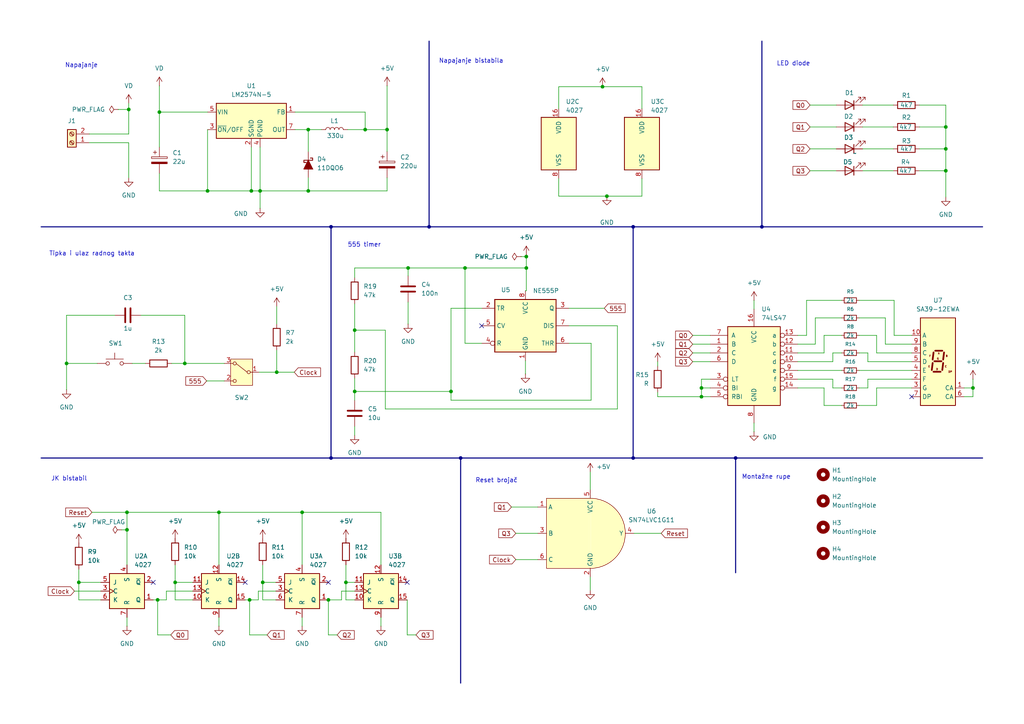
<source format=kicad_sch>
(kicad_sch (version 20250114) (generator "eeschema") (generator_version "9.0")
  (paper "A4")
  (title_block (title "BCD brojač") (date "2025-10-21") (rev "0") (company "TVZ - Tehničko veleučilište u Zagreb") (comment 1 "izradio: Leon Dovšak"))
  (text "Napajanje bistabila\n" (at 136.652 17.78 0) (effects (font (size 1.27 1.27))))
  (text "Montažne rupe" (at 222.25 138.43 0) (effects (font (size 1.27 1.27))))
  (text "Napajanje" (at 23.622 19.05 0) (effects (font (size 1.27 1.27))))
  (text "JK bistabil" (at 20.066 138.938 0) (effects (font (size 1.27 1.27))))
  (text "LED diode" (at 230.124 18.542 0) (effects (font (size 1.27 1.27))))
  (text "Tipka i ulaz radnog takta\n" (at 26.67 73.66 0) (effects (font (size 1.27 1.27))))
  (text "Reset brojač" (at 144.018 139.446 0) (effects (font (size 1.27 1.27))))
  (text "555 timer" (at 105.664 71.12 0) (effects (font (size 1.27 1.27))))
  (junction (at 130.81 113.538))
  (junction (at 75.438 55.372))
  (junction (at 176.022 56.896))
  (junction (at 19.304 105.41))
  (junction (at 72.898 55.372))
  (junction (at 96.012 132.842))
  (junction (at 80.264 107.95))
  (junction (at 274.32 49.53))
  (junction (at 36.83 153.67))
  (junction (at 37.338 31.75))
  (junction (at 50.8 168.91))
  (junction (at 213.36 132.842))
  (junction (at 112.268 37.592))
  (junction (at 174.752 25.146))
  (junction (at 152.654 77.724))
  (junction (at 72.39 173.99))
  (junction (at 102.87 95.758))
  (junction (at 203.454 112.522))
  (junction (at 53.594 105.41))
  (junction (at 96.012 65.786))
  (junction (at 87.63 148.59))
  (junction (at 274.32 36.83))
  (junction (at 183.642 65.786))
  (junction (at 134.874 77.724))
  (junction (at 95.25 173.99))
  (junction (at 100.33 168.91))
  (junction (at 282.194 112.522))
  (junction (at 124.46 65.786))
  (junction (at 76.2 168.91))
  (junction (at 105.918 37.592))
  (junction (at 60.198 55.372))
  (junction (at 133.604 132.842))
  (junction (at 102.87 113.538))
  (junction (at 118.364 77.724))
  (junction (at 89.408 55.372))
  (junction (at 89.408 37.592))
  (junction (at 45.72 173.99))
  (junction (at 36.83 148.59))
  (junction (at 63.5 148.59))
  (junction (at 22.86 168.91))
  (junction (at 203.454 115.062))
  (junction (at 220.98 65.786))
  (junction (at 274.32 43.18))
  (junction (at 152.654 74.422))
  (junction (at 46.228 32.512))
  (junction (at 183.642 132.842))
  (no_connect (at 118.11 168.91))
  (no_connect (at 95.25 168.91))
  (no_connect (at 264.414 115.062))
  (no_connect (at 139.7 94.488))
  (no_connect (at 44.45 168.91))
  (no_connect (at 71.12 168.91))
  (wire (pts (xy 111.76 118.618) (xy 179.07 118.618)))
  (wire (pts (xy 112.268 51.562) (xy 112.268 55.372)))
  (wire (pts (xy 95.25 173.99) (xy 95.25 184.15)))
  (wire (pts (xy 74.93 171.45) (xy 80.01 171.45)))
  (wire (pts (xy 72.39 173.99) (xy 74.93 173.99)))
  (wire (pts (xy 218.694 87.122) (xy 218.694 89.662)))
  (wire (pts (xy 234.95 36.83) (xy 242.57 36.83)))
  (wire (pts (xy 256.794 99.822) (xy 264.414 99.822)))
  (bus (pts (xy 183.642 65.786) (xy 183.642 132.842)))
  (wire (pts (xy 200.914 104.902) (xy 205.994 104.902)))
  (wire (pts (xy 50.8 168.91) (xy 50.8 173.99)))
  (bus (pts (xy 124.46 65.786) (xy 183.642 65.786)))
  (wire (pts (xy 254.254 112.522) (xy 264.414 112.522)))
  (wire (pts (xy 254.254 97.282) (xy 254.254 102.362)))
  (wire (pts (xy 171.196 136.906) (xy 171.196 141.986)))
  (wire (pts (xy 50.8 163.83) (xy 50.8 168.91)))
  (wire (pts (xy 75.438 42.672) (xy 75.438 55.372)))
  (wire (pts (xy 111.76 95.758) (xy 111.76 118.618)))
  (wire (pts (xy 49.784 105.41) (xy 53.594 105.41)))
  (wire (pts (xy 274.32 43.18) (xy 274.32 49.53)))
  (wire (pts (xy 259.334 97.282) (xy 264.414 97.282)))
  (wire (pts (xy 102.87 77.724) (xy 118.364 77.724)))
  (wire (pts (xy 76.2 168.91) (xy 80.01 168.91)))
  (wire (pts (xy 134.874 77.724) (xy 152.654 77.724)))
  (wire (pts (xy 162.052 51.816) (xy 162.052 56.896)))
  (wire (pts (xy 89.408 37.592) (xy 93.218 37.592)))
  (wire (pts (xy 203.454 112.522) (xy 205.994 112.522)))
  (wire (pts (xy 149.606 154.686) (xy 155.956 154.686)))
  (wire (pts (xy 231.394 107.442) (xy 244.094 107.442)))
  (wire (pts (xy 279.654 112.522) (xy 282.194 112.522)))
  (wire (pts (xy 152.654 77.724) (xy 152.654 84.328)))
  (wire (pts (xy 102.87 80.518) (xy 102.87 77.724)))
  (wire (pts (xy 236.474 99.822) (xy 236.474 92.202)))
  (wire (pts (xy 266.7 30.48) (xy 274.32 30.48)))
  (wire (pts (xy 239.014 97.282) (xy 244.094 97.282)))
  (wire (pts (xy 190.754 104.902) (xy 190.754 106.172)))
  (wire (pts (xy 53.594 91.44) (xy 53.594 105.41)))
  (wire (pts (xy 256.794 92.202) (xy 256.794 99.822)))
  (wire (pts (xy 118.364 77.724) (xy 118.364 80.01)))
  (wire (pts (xy 37.338 38.862) (xy 25.908 38.862)))
  (wire (pts (xy 46.228 42.672) (xy 46.228 32.512)))
  (wire (pts (xy 37.338 41.402) (xy 37.338 51.562)))
  (wire (pts (xy 162.052 56.896) (xy 176.022 56.896)))
  (wire (pts (xy 234.95 43.18) (xy 242.57 43.18)))
  (wire (pts (xy 251.714 102.362) (xy 251.714 104.902)))
  (wire (pts (xy 102.87 173.99) (xy 100.33 173.99)))
  (wire (pts (xy 249.174 117.602) (xy 254.254 117.602)))
  (wire (pts (xy 99.06 173.99) (xy 99.06 171.45)))
  (wire (pts (xy 282.194 109.982) (xy 282.194 112.522)))
  (bus (pts (xy 213.36 132.842) (xy 284.988 132.842)))
  (wire (pts (xy 110.49 148.59) (xy 110.49 163.83)))
  (wire (pts (xy 102.87 109.728) (xy 102.87 113.538)))
  (wire (pts (xy 72.898 42.672) (xy 72.898 55.372)))
  (wire (pts (xy 203.454 112.522) (xy 203.454 115.062)))
  (wire (pts (xy 151.13 74.422) (xy 152.654 74.422)))
  (wire (pts (xy 33.274 91.44) (xy 19.304 91.44)))
  (wire (pts (xy 80.264 88.9) (xy 80.264 93.98)))
  (bus (pts (xy 96.012 65.786) (xy 124.46 65.786)))
  (wire (pts (xy 48.26 171.45) (xy 55.88 171.45)))
  (wire (pts (xy 36.83 148.59) (xy 63.5 148.59)))
  (wire (pts (xy 186.182 56.896) (xy 176.022 56.896)))
  (bus (pts (xy 11.938 132.842) (xy 96.012 132.842)))
  (bus (pts (xy 183.642 65.786) (xy 220.98 65.786)))
  (wire (pts (xy 22.86 168.91) (xy 29.21 168.91)))
  (wire (pts (xy 249.174 107.442) (xy 264.414 107.442)))
  (wire (pts (xy 75.184 107.95) (xy 80.264 107.95)))
  (bus (pts (xy 124.46 11.938) (xy 124.46 65.786)))
  (wire (pts (xy 50.8 173.99) (xy 55.88 173.99)))
  (wire (pts (xy 53.594 105.41) (xy 65.024 105.41)))
  (wire (pts (xy 60.198 37.592) (xy 60.198 55.372)))
  (wire (pts (xy 231.394 104.902) (xy 241.554 104.902)))
  (wire (pts (xy 190.754 115.062) (xy 203.454 115.062)))
  (wire (pts (xy 100.33 168.91) (xy 102.87 168.91)))
  (wire (pts (xy 179.07 118.618) (xy 179.07 94.488)))
  (wire (pts (xy 203.454 109.982) (xy 203.454 112.522)))
  (wire (pts (xy 233.934 87.122) (xy 244.094 87.122)))
  (wire (pts (xy 266.7 49.53) (xy 274.32 49.53)))
  (wire (pts (xy 231.394 112.522) (xy 239.014 112.522)))
  (wire (pts (xy 102.87 88.138) (xy 102.87 95.758)))
  (wire (pts (xy 250.19 49.53) (xy 259.08 49.53)))
  (wire (pts (xy 99.06 171.45) (xy 102.87 171.45)))
  (wire (pts (xy 148.336 147.066) (xy 155.956 147.066)))
  (wire (pts (xy 231.394 97.282) (xy 233.934 97.282)))
  (wire (pts (xy 165.1 89.408) (xy 175.26 89.408)))
  (wire (pts (xy 71.12 173.99) (xy 72.39 173.99)))
  (wire (pts (xy 100.33 163.83) (xy 100.33 168.91)))
  (wire (pts (xy 112.268 37.592) (xy 112.268 24.892)))
  (wire (pts (xy 95.25 184.15) (xy 97.79 184.15)))
  (wire (pts (xy 44.45 173.99) (xy 45.72 173.99)))
  (wire (pts (xy 266.7 43.18) (xy 274.32 43.18)))
  (wire (pts (xy 241.554 104.902) (xy 241.554 102.362)))
  (wire (pts (xy 29.21 173.99) (xy 22.86 173.99)))
  (wire (pts (xy 250.19 36.83) (xy 259.08 36.83)))
  (wire (pts (xy 250.19 30.48) (xy 259.08 30.48)))
  (wire (pts (xy 139.7 99.568) (xy 134.874 99.568)))
  (wire (pts (xy 241.554 109.982) (xy 241.554 112.522)))
  (wire (pts (xy 63.5 148.59) (xy 87.63 148.59)))
  (wire (pts (xy 102.87 95.758) (xy 111.76 95.758)))
  (wire (pts (xy 249.174 102.362) (xy 251.714 102.362)))
  (wire (pts (xy 152.654 84.328) (xy 152.4 84.328)))
  (wire (pts (xy 152.654 73.914) (xy 152.654 74.422)))
  (wire (pts (xy 282.194 112.522) (xy 282.194 115.062)))
  (wire (pts (xy 118.11 173.99) (xy 118.11 184.15)))
  (bus (pts (xy 11.938 65.786) (xy 96.012 65.786)))
  (wire (pts (xy 152.4 104.648) (xy 152.4 108.458)))
  (wire (pts (xy 250.19 43.18) (xy 259.08 43.18)))
  (wire (pts (xy 25.908 41.402) (xy 37.338 41.402)))
  (wire (pts (xy 85.598 37.592) (xy 89.408 37.592)))
  (wire (pts (xy 134.874 77.724) (xy 134.874 99.568)))
  (wire (pts (xy 100.33 168.91) (xy 100.33 173.99)))
  (wire (pts (xy 72.39 184.15) (xy 72.39 173.99)))
  (wire (pts (xy 190.754 113.792) (xy 190.754 115.062)))
  (wire (pts (xy 236.474 92.202) (xy 244.094 92.202)))
  (wire (pts (xy 233.934 97.282) (xy 233.934 87.122)))
  (wire (pts (xy 21.59 171.45) (xy 29.21 171.45)))
  (wire (pts (xy 200.914 99.822) (xy 205.994 99.822)))
  (wire (pts (xy 171.45 116.078) (xy 130.81 116.078)))
  (bus (pts (xy 133.604 132.842) (xy 133.604 198.12)))
  (wire (pts (xy 274.32 49.53) (xy 274.32 57.15)))
  (wire (pts (xy 239.014 112.522) (xy 239.014 117.602)))
  (wire (pts (xy 80.264 101.6) (xy 80.264 107.95)))
  (wire (pts (xy 203.454 115.062) (xy 205.994 115.062)))
  (wire (pts (xy 87.63 179.07) (xy 87.63 181.61)))
  (wire (pts (xy 130.81 113.538) (xy 102.87 113.538)))
  (wire (pts (xy 102.87 113.538) (xy 102.87 116.078)))
  (wire (pts (xy 87.63 148.59) (xy 87.63 163.83)))
  (wire (pts (xy 50.8 168.91) (xy 55.88 168.91)))
  (wire (pts (xy 200.914 102.362) (xy 205.994 102.362)))
  (wire (pts (xy 200.914 97.282) (xy 205.994 97.282)))
  (wire (pts (xy 19.304 91.44) (xy 19.304 105.41)))
  (wire (pts (xy 249.174 112.522) (xy 251.714 112.522)))
  (wire (pts (xy 239.014 117.602) (xy 244.094 117.602)))
  (wire (pts (xy 231.394 109.982) (xy 241.554 109.982)))
  (wire (pts (xy 249.174 87.122) (xy 259.334 87.122)))
  (wire (pts (xy 87.63 148.59) (xy 110.49 148.59)))
  (wire (pts (xy 37.338 29.972) (xy 37.338 31.75)))
  (wire (pts (xy 75.438 55.372) (xy 72.898 55.372)))
  (wire (pts (xy 254.254 102.362) (xy 264.414 102.362)))
  (wire (pts (xy 231.394 99.822) (xy 236.474 99.822)))
  (wire (pts (xy 186.182 31.496) (xy 186.182 25.146)))
  (wire (pts (xy 241.554 112.522) (xy 244.094 112.522)))
  (wire (pts (xy 89.408 51.562) (xy 89.408 55.372)))
  (wire (pts (xy 100.838 37.592) (xy 105.918 37.592)))
  (wire (pts (xy 205.994 109.982) (xy 203.454 109.982)))
  (wire (pts (xy 48.26 173.99) (xy 48.26 171.45)))
  (wire (pts (xy 22.86 168.91) (xy 22.86 173.99)))
  (wire (pts (xy 26.67 148.59) (xy 36.83 148.59)))
  (wire (pts (xy 46.228 32.512) (xy 60.198 32.512)))
  (bus (pts (xy 183.642 132.842) (xy 213.36 132.842)))
  (wire (pts (xy 162.052 31.496) (xy 162.052 25.146)))
  (wire (pts (xy 38.354 105.41) (xy 42.164 105.41)))
  (bus (pts (xy 220.98 11.938) (xy 220.98 65.786)))
  (wire (pts (xy 19.304 105.41) (xy 28.194 105.41)))
  (wire (pts (xy 63.5 179.07) (xy 63.5 181.61)))
  (bus (pts (xy 96.012 65.786) (xy 96.012 132.842)))
  (wire (pts (xy 112.268 43.942) (xy 112.268 37.592)))
  (wire (pts (xy 186.182 25.146) (xy 174.752 25.146)))
  (wire (pts (xy 95.25 173.99) (xy 99.06 173.99)))
  (wire (pts (xy 102.87 95.758) (xy 102.87 102.108)))
  (wire (pts (xy 183.896 154.686) (xy 191.77 154.686)))
  (wire (pts (xy 45.72 173.99) (xy 48.26 173.99)))
  (wire (pts (xy 259.334 87.122) (xy 259.334 97.282)))
  (wire (pts (xy 59.944 110.49) (xy 65.024 110.49)))
  (wire (pts (xy 152.654 74.422) (xy 152.654 77.724)))
  (wire (pts (xy 231.394 102.362) (xy 239.014 102.362)))
  (wire (pts (xy 118.364 87.63) (xy 118.364 93.98)))
  (wire (pts (xy 74.93 173.99) (xy 74.93 171.45)))
  (bus (pts (xy 96.012 132.842) (xy 133.604 132.842)))
  (wire (pts (xy 249.174 92.202) (xy 256.794 92.202)))
  (wire (pts (xy 75.438 55.372) (xy 75.438 60.452)))
  (wire (pts (xy 46.228 55.372) (xy 60.198 55.372)))
  (wire (pts (xy 89.408 37.592) (xy 89.408 43.942)))
  (wire (pts (xy 251.714 112.522) (xy 251.714 109.982)))
  (wire (pts (xy 34.29 31.75) (xy 37.338 31.75)))
  (wire (pts (xy 171.196 167.386) (xy 171.196 171.196)))
  (wire (pts (xy 112.268 55.372) (xy 89.408 55.372)))
  (wire (pts (xy 36.83 148.59) (xy 36.83 153.67)))
  (wire (pts (xy 139.7 89.408) (xy 130.81 89.408)))
  (wire (pts (xy 36.83 179.07) (xy 36.83 181.61)))
  (wire (pts (xy 36.83 153.67) (xy 36.83 163.83)))
  (wire (pts (xy 234.95 30.48) (xy 242.57 30.48)))
  (wire (pts (xy 63.5 148.59) (xy 63.5 163.83)))
  (wire (pts (xy 105.918 32.512) (xy 105.918 37.592)))
  (wire (pts (xy 35.306 153.67) (xy 36.83 153.67)))
  (wire (pts (xy 80.01 173.99) (xy 76.2 173.99)))
  (wire (pts (xy 85.598 32.512) (xy 105.918 32.512)))
  (wire (pts (xy 186.182 51.816) (xy 186.182 56.896)))
  (wire (pts (xy 254.254 117.602) (xy 254.254 112.522)))
  (wire (pts (xy 130.81 89.408) (xy 130.81 113.538)))
  (wire (pts (xy 45.72 173.99) (xy 45.72 184.15)))
  (wire (pts (xy 37.338 31.75) (xy 37.338 38.862)))
  (wire (pts (xy 80.264 107.95) (xy 85.344 107.95)))
  (wire (pts (xy 251.714 104.902) (xy 264.414 104.902)))
  (wire (pts (xy 76.2 173.99) (xy 76.2 168.91)))
  (wire (pts (xy 165.1 94.488) (xy 179.07 94.488)))
  (bus (pts (xy 133.604 132.842) (xy 183.642 132.842)))
  (wire (pts (xy 118.364 77.724) (xy 134.874 77.724)))
  (bus (pts (xy 220.98 65.786) (xy 284.988 65.786)))
  (wire (pts (xy 72.898 55.372) (xy 60.198 55.372)))
  (wire (pts (xy 77.47 184.15) (xy 72.39 184.15)))
  (wire (pts (xy 46.228 24.892) (xy 46.228 32.512)))
  (wire (pts (xy 105.918 37.592) (xy 112.268 37.592)))
  (wire (pts (xy 110.49 179.07) (xy 110.49 181.61)))
  (wire (pts (xy 102.87 123.698) (xy 102.87 126.238)))
  (wire (pts (xy 274.32 30.48) (xy 274.32 36.83)))
  (wire (pts (xy 75.438 55.372) (xy 89.408 55.372)))
  (wire (pts (xy 171.45 99.568) (xy 171.45 116.078)))
  (wire (pts (xy 22.86 165.1) (xy 22.86 168.91)))
  (wire (pts (xy 130.81 116.078) (xy 130.81 113.538)))
  (wire (pts (xy 218.694 122.682) (xy 218.694 125.222)))
  (wire (pts (xy 279.654 115.062) (xy 282.194 115.062)))
  (wire (pts (xy 40.894 91.44) (xy 53.594 91.44)))
  (wire (pts (xy 45.72 184.15) (xy 49.53 184.15)))
  (wire (pts (xy 118.11 184.15) (xy 120.65 184.15)))
  (wire (pts (xy 76.2 168.91) (xy 76.2 163.83)))
  (wire (pts (xy 251.714 109.982) (xy 264.414 109.982)))
  (wire (pts (xy 162.052 25.146) (xy 174.752 25.146)))
  (wire (pts (xy 249.174 97.282) (xy 254.254 97.282)))
  (wire (pts (xy 274.32 36.83) (xy 274.32 43.18)))
  (wire (pts (xy 165.1 99.568) (xy 171.45 99.568)))
  (wire (pts (xy 46.228 50.292) (xy 46.228 55.372)))
  (wire (pts (xy 266.7 36.83) (xy 274.32 36.83)))
  (wire (pts (xy 234.95 49.53) (xy 242.57 49.53)))
  (wire (pts (xy 239.014 102.362) (xy 239.014 97.282)))
  (wire (pts (xy 149.606 162.306) (xy 155.956 162.306)))
  (wire (pts (xy 241.554 102.362) (xy 244.094 102.362)))
  (bus (pts (xy 213.36 132.842) (xy 213.36 166.116)))
  (wire (pts (xy 19.304 113.03) (xy 19.304 105.41)))
  (global_label "Q2" (shape input) (at 234.95 43.18 180) (property "Intersheetrefs" "${INTERSHEET_REFS}" (effects (hide yes))))
  (global_label "555" (shape input) (at 59.944 110.49 180) (property "Intersheetrefs" "${INTERSHEET_REFS}" (effects (hide yes))))
  (global_label "Q3" (shape input) (at 234.95 49.53 180) (property "Intersheetrefs" "${INTERSHEET_REFS}" (effects (hide yes))))
  (global_label "555" (shape input) (at 175.26 89.408 0) (property "Intersheetrefs" "${INTERSHEET_REFS}" (effects (hide yes))))
  (global_label "Clock" (shape input) (at 149.606 162.306 180) (property "Intersheetrefs" "${INTERSHEET_REFS}" (effects (hide yes))))
  (global_label "Q2" (shape input) (at 200.914 102.362 180) (property "Intersheetrefs" "${INTERSHEET_REFS}" (effects (hide yes))))
  (global_label "Q1" (shape input) (at 200.914 99.822 180) (property "Intersheetrefs" "${INTERSHEET_REFS}" (effects (hide yes))))
  (global_label "Reset" (shape input) (at 26.67 148.59 180) (property "Intersheetrefs" "${INTERSHEET_REFS}" (effects (hide yes))))
  (global_label "Q1" (shape input) (at 77.47 184.15 0) (property "Intersheetrefs" "${INTERSHEET_REFS}" (effects (hide yes))))
  (global_label "Q3" (shape input) (at 149.606 154.686 180) (property "Intersheetrefs" "${INTERSHEET_REFS}" (effects (hide yes))))
  (global_label "Q0" (shape input) (at 49.53 184.15 0) (property "Intersheetrefs" "${INTERSHEET_REFS}" (effects (hide yes))))
  (global_label "Q3" (shape input) (at 200.914 104.902 180) (property "Intersheetrefs" "${INTERSHEET_REFS}" (effects (hide yes))))
  (global_label "Q2" (shape input) (at 97.79 184.15 0) (property "Intersheetrefs" "${INTERSHEET_REFS}" (effects (hide yes))))
  (global_label "Clock" (shape input) (at 85.344 107.95 0) (property "Intersheetrefs" "${INTERSHEET_REFS}" (effects (hide yes))))
  (global_label "Q1" (shape input) (at 148.336 147.066 180) (property "Intersheetrefs" "${INTERSHEET_REFS}" (effects (hide yes))))
  (global_label "Q1" (shape input) (at 234.95 36.83 180) (property "Intersheetrefs" "${INTERSHEET_REFS}" (effects (hide yes))))
  (global_label "Q3" (shape input) (at 120.65 184.15 0) (property "Intersheetrefs" "${INTERSHEET_REFS}" (effects (hide yes))))
  (global_label "Q0" (shape input) (at 234.95 30.48 180) (property "Intersheetrefs" "${INTERSHEET_REFS}" (effects (hide yes))))
  (global_label "Reset" (shape input) (at 191.77 154.686 0) (property "Intersheetrefs" "${INTERSHEET_REFS}" (effects (hide yes))))
  (global_label "Clock" (shape input) (at 21.59 171.45 180) (property "Intersheetrefs" "${INTERSHEET_REFS}" (effects (hide yes))))
  (global_label "Q0" (shape input) (at 200.914 97.282 180) (property "Intersheetrefs" "${INTERSHEET_REFS}" (effects (hide yes))))
  (symbol (lib_id "power:GND") (at 75.438 60.452 0) (unit 1)
    (property "Reference" "#PWR09" (effects (hide yes)))
    (property "Value" "GND" (at 69.85 61.976 0))
    (property "Description" "Power symbol creates a global label with name \"GND\" , ground" (effects (hide yes)))
  )
  (symbol (lib_id "Device:R_Small") (at 246.634 87.122 90) (unit 1)
    (property "Reference" "R5" (at 246.634 84.582 90) (effects (font (size 1.016 1.016))))
    (property "Value" "2k" (at 246.634 87.122 90))
    (property "Footprint" "Resistor_SMD:R_1206_3216Metric_Pad1.30x1.75mm_HandSolder" (effects (hide yes)))
    (property "Description" "Resistor, small symbol" (effects (hide yes)))
  )
  (symbol (lib_id "Mechanical:MountingHole") (at 238.76 145.288 0) (unit 1) (in_bom no)
    (property "Reference" "H2" (at 241.3 144.0179 0) (effects (justify left)))
    (property "Value" "MountingHole" (at 241.3 146.5579 0) (effects (justify left)))
    (property "Footprint" "MountingHole:MountingHole_5.5mm" (effects (hide yes)))
    (property "Description" "Mounting Hole without connection" (effects (hide yes)))
  )
  (symbol (lib_name "4027_4") (lib_id "4xxx:4027") (at 87.63 171.45 0) (unit 1)
    (property "Reference" "U3" (at 89.7733 161.29 0) (effects (justify left)))
    (property "Value" "4027" (at 89.7733 163.83 0) (effects (justify left)))
    (property "Footprint" "Package_DIP:DIP-16_W7.62mm_Socket_LongPads" (effects (hide yes)))
    (property "Datasheet" "http://www.intersil.com/content/dam/Intersil/documents/cd40/cd4027bms.pdf" (effects (hide yes)))
    (property "Description" "Dual JK FlipFlop, set & reset" (effects (hide yes)))
    (property "Manufacturer" "RENESAS" (effects (hide yes)))
    (property "Manufacturer Part Number" "CD4027BMS" (effects (hide yes)))
  )
  (symbol (lib_id "power:GND") (at 152.4 108.458 0) (unit 1)
    (property "Reference" "#PWR01" (effects (hide yes)))
    (property "Value" "GND" (at 152.4 113.538 0))
    (property "Description" "Power symbol creates a global label with name \"GND\" , ground" (effects (hide yes)))
  )
  (symbol (lib_id "power:GND") (at 87.63 181.61 0) (unit 1)
    (property "Reference" "#PWR023" (effects (hide yes)))
    (property "Value" "GND" (at 87.63 186.69 0))
    (property "Description" "Power symbol creates a global label with name \"GND\" , ground" (effects (hide yes)))
  )
  (symbol (lib_id "power:GND") (at 110.49 181.61 0) (unit 1)
    (property "Reference" "#PWR024" (effects (hide yes)))
    (property "Value" "GND" (at 110.49 186.69 0))
    (property "Description" "Power symbol creates a global label with name \"GND\" , ground" (effects (hide yes)))
  )
  (symbol (lib_id "power:+5V") (at 282.194 109.982 0) (unit 1)
    (property "Reference" "#PWR028" (effects (hide yes)))
    (property "Value" "+5V" (at 282.194 104.902 0))
    (property "Description" "Power symbol creates a global label with name \"+5V\"" (effects (hide yes)))
  )
  (symbol (lib_id "power:+5V") (at 100.33 156.21 0) (unit 1)
    (property "Reference" "#PWR020" (effects (hide yes)))
    (property "Value" "+5V" (at 100.33 151.13 0))
    (property "Description" "Power symbol creates a global label with name \"+5V\"" (effects (hide yes)))
  )
  (symbol (lib_id "Device:R_Small") (at 246.634 112.522 90) (unit 1)
    (property "Reference" "R17" (at 246.634 109.982 90) (effects (font (size 1.016 1.016))))
    (property "Value" "2k" (at 246.634 112.522 90))
    (property "Footprint" "Resistor_SMD:R_1206_3216Metric_Pad1.30x1.75mm_HandSolder" (effects (hide yes)))
    (property "Description" "Resistor, small symbol" (effects (hide yes)))
  )
  (symbol (lib_id "power:GND") (at 63.5 181.61 0) (unit 1)
    (property "Reference" "#PWR022" (effects (hide yes)))
    (property "Value" "GND" (at 63.5 186.69 0))
    (property "Description" "Power symbol creates a global label with name \"GND\" , ground" (effects (hide yes)))
  )
  (symbol (lib_name "4027_3") (lib_id "4xxx:4027") (at 162.052 41.656 0) (unit 3)
    (property "Reference" "U2" (at 164.084 29.464 0) (effects (justify left)))
    (property "Value" "4027" (at 164.084 32.004 0) (effects (justify left)))
    (property "Footprint" "Package_DIP:DIP-16_W7.62mm_Socket_LongPads" (effects (hide yes)))
    (property "Datasheet" "http://www.intersil.com/content/dam/Intersil/documents/cd40/cd4027bms.pdf" (effects (hide yes)))
    (property "Description" "Dual JK FlipFlop, set & reset" (effects (hide yes)))
    (property "Manufacturer" "RENESAS" (effects (hide yes)))
    (property "Manufacturer Part Number" "CD4027BMS" (effects (hide yes)))
  )
  (symbol (lib_id "Device:R") (at 262.89 36.83 90) (unit 1)
    (property "Reference" "R2" (at 262.89 34.036 90))
    (property "Value" "4k7" (at 262.636 36.83 90))
    (property "Footprint" "Resistor_THT:R_Axial_DIN0207_L6.3mm_D2.5mm_P10.16mm_Horizontal" (effects (hide yes)))
    (property "Description" "Resistor" (effects (hide yes)))
  )
  (symbol (lib_id "Device:R") (at 102.87 105.918 0) (unit 1)
    (property "Reference" "R20" (at 105.41 104.6479 0) (effects (justify left)))
    (property "Value" "47k" (at 105.41 107.1879 0) (effects (justify left)))
    (property "Footprint" "Resistor_SMD:R_1206_3216Metric_Pad1.30x1.75mm_HandSolder" (effects (hide yes)))
    (property "Description" "Resistor" (effects (hide yes)))
  )
  (symbol (lib_name "4027_1") (lib_id "4xxx:4027") (at 36.83 171.45 0) (unit 1)
    (property "Reference" "U2" (at 38.9733 161.29 0) (effects (justify left)))
    (property "Value" "4027" (at 38.9733 163.83 0) (effects (justify left)))
    (property "Footprint" "Package_DIP:DIP-16_W7.62mm_Socket_LongPads" (effects (hide yes)))
    (property "Datasheet" "http://www.intersil.com/content/dam/Intersil/documents/cd40/cd4027bms.pdf" (effects (hide yes)))
    (property "Description" "Dual JK FlipFlop, set & reset" (effects (hide yes)))
    (property "Manufacturer" "RENESAS" (effects (hide yes)))
    (property "Manufacturer Part Number" "CD4027BMS" (effects (hide yes)))
  )
  (symbol (lib_id "Device:LED") (at 246.38 43.18 180) (unit 1)
    (property "Reference" "D3" (at 246.126 39.878 0))
    (property "Footprint" "LED_THT:LED_D5.0mm" (effects (hide yes)))
    (property "Description" "Light emitting diode" (effects (hide yes)))
    (property "Sim.Pins" "1=K 2=A" (effects (hide yes)))
  )
  (symbol (lib_id "Display_Character:SA39-12EWA") (at 272.034 104.902 0) (unit 1)
    (property "Reference" "U7" (at 272.034 87.122 0))
    (property "Value" "SA39-12EWA" (at 272.034 89.662 0))
    (property "Footprint" "Display_7Segment:HDSP-7401" (effects (hide yes)))
    (property "Datasheet" "http://www.kingbrightusa.com/images/catalog/SPEC/sa39-12ewa.pdf" (effects (hide yes)))
    (property "Description" "Single digit 7 segment display, high efficiency red, common anode" (effects (hide yes)))
  )
  (symbol (lib_id "4xxx:4027") (at 186.182 41.656 0) (unit 3)
    (property "Reference" "U3" (at 188.722 29.464 0) (effects (justify left)))
    (property "Value" "4027" (at 188.722 32.004 0) (effects (justify left)))
    (property "Footprint" "Package_DIP:DIP-16_W7.62mm_Socket_LongPads" (effects (hide yes)))
    (property "Datasheet" "http://www.intersil.com/content/dam/Intersil/documents/cd40/cd4027bms.pdf" (effects (hide yes)))
    (property "Description" "Dual JK FlipFlop, set & reset" (effects (hide yes)))
    (property "Manufacturer" "RENESAS" (effects (hide yes)))
    (property "Manufacturer Part Number" "CD4027BMS" (effects (hide yes)))
  )
  (symbol (lib_id "Device:R") (at 262.89 43.18 90) (unit 1)
    (property "Reference" "R3" (at 262.89 40.894 90))
    (property "Value" "4k7" (at 262.89 43.18 90))
    (property "Footprint" "Resistor_THT:R_Axial_DIN0207_L6.3mm_D2.5mm_P10.16mm_Horizontal" (effects (hide yes)))
    (property "Description" "Resistor" (effects (hide yes)))
  )
  (symbol (lib_id "power:+5V") (at 112.268 24.892 0) (unit 1)
    (property "Reference" "#PWR011" (effects (hide yes)))
    (property "Value" "+5V" (at 112.268 19.812 0))
    (property "Description" "Power symbol creates a global label with name \"+5V\"" (effects (hide yes)))
  )
  (symbol (lib_id "power:+5V") (at 22.86 157.48 0) (unit 1)
    (property "Reference" "#PWR017" (effects (hide yes)))
    (property "Value" "+5V" (at 22.86 152.4 0))
    (property "Description" "Power symbol creates a global label with name \"+5V\"" (effects (hide yes)))
  )
  (symbol (lib_id "Device:C") (at 102.87 119.888 0) (unit 1)
    (property "Reference" "C5" (at 106.68 118.6179 0) (effects (justify left)))
    (property "Value" "10u" (at 106.68 121.1579 0) (effects (justify left)))
    (property "Footprint" "Capacitor_SMD:C_1206_3216Metric_Pad1.33x1.80mm_HandSolder" (effects (hide yes)))
    (property "Description" "Unpolarized capacitor" (effects (hide yes)))
  )
  (symbol (lib_id "power:GND") (at 176.022 56.896 0) (unit 1)
    (property "Reference" "#PWR016" (effects (hide yes)))
    (property "Value" "GND" (at 176.022 64.516 0))
    (property "Description" "Power symbol creates a global label with name \"GND\" , ground" (effects (hide yes)))
  )
  (symbol (lib_id "Device:R") (at 22.86 161.29 0) (unit 1)
    (property "Reference" "R9" (at 25.4 160.0199 0) (effects (justify left)))
    (property "Value" "10k" (at 25.4 162.5599 0) (effects (justify left)))
    (property "Footprint" "Resistor_SMD:R_1206_3216Metric_Pad1.30x1.75mm_HandSolder" (effects (hide yes)))
    (property "Description" "Resistor" (effects (hide yes)))
  )
  (symbol (lib_id "power:PWR_FLAG") (at 34.29 31.75 90) (unit 1)
    (property "Reference" "#FLG01" (effects (hide yes)))
    (property "Value" "PWR_FLAG" (at 30.48 31.7499 90) (effects (justify left)))
    (property "Description" "Special symbol for telling ERC where power comes from" (effects (hide yes)))
  )
  (symbol (lib_id "power:GND") (at 218.694 125.222 0) (unit 1)
    (property "Reference" "#PWR027" (effects (hide yes)))
    (property "Value" "GND" (at 223.266 126.746 0))
    (property "Description" "Power symbol creates a global label with name \"GND\" , ground" (effects (hide yes)))
  )
  (symbol (lib_id "Device:R_Small") (at 246.634 92.202 90) (unit 1)
    (property "Reference" "R6" (at 246.634 89.662 90) (effects (font (size 1.016 1.016))))
    (property "Value" "2k" (at 246.634 92.202 90))
    (property "Footprint" "Resistor_SMD:R_1206_3216Metric_Pad1.30x1.75mm_HandSolder" (effects (hide yes)))
    (property "Description" "Resistor, small symbol" (effects (hide yes)))
  )
  (symbol (lib_id "power:PWR_FLAG") (at 151.13 74.422 90) (unit 1)
    (property "Reference" "#FLG02" (effects (hide yes)))
    (property "Value" "PWR_FLAG" (at 147.32 74.4219 90) (effects (justify left)))
    (property "Description" "Special symbol for telling ERC where power comes from" (effects (hide yes)))
  )
  (symbol (lib_id "Device:C") (at 37.084 91.44 90) (unit 1)
    (property "Reference" "C3" (at 37.084 86.36 90))
    (property "Value" "1u" (at 37.084 95.25 90))
    (property "Footprint" "Capacitor_SMD:C_1206_3216Metric_Pad1.33x1.80mm_HandSolder" (effects (hide yes)))
    (property "Description" "Unpolarized capacitor" (effects (hide yes)))
  )
  (symbol (lib_id "Device:R") (at 45.974 105.41 90) (unit 1)
    (property "Reference" "R13" (at 45.974 99.06 90))
    (property "Value" "2k" (at 45.974 101.6 90))
    (property "Footprint" "Resistor_SMD:R_1206_3216Metric_Pad1.30x1.75mm_HandSolder" (effects (hide yes)))
    (property "Description" "Resistor" (effects (hide yes)))
  )
  (symbol (lib_id "Timer:NE555P") (at 152.4 94.488 0) (unit 1)
    (property "Reference" "U5" (at 145.288 84.074 0) (effects (justify left)))
    (property "Value" "NE555P" (at 154.5433 84.328 0) (effects (justify left)))
    (property "Footprint" "Package_DIP:DIP-8_W7.62mm" (effects (hide yes)))
    (property "Datasheet" "http://www.ti.com/lit/ds/symlink/ne555.pdf" (effects (hide yes)))
    (property "Description" "Precision Timers, 555 compatible,  PDIP-8" (effects (hide yes)))
  )
  (symbol (lib_id "Device:C_Polarized") (at 46.228 46.482 0) (unit 1)
    (property "Reference" "C1" (at 50.038 44.3229 0) (effects (justify left)))
    (property "Value" "22u" (at 50.038 46.8629 0) (effects (justify left)))
    (property "Footprint" "Capacitor_THT:CP_Radial_D5.0mm_P2.00mm" (effects (hide yes)))
    (property "Description" "Polarized capacitor" (effects (hide yes)))
  )
  (symbol (lib_id "Device:R") (at 262.89 49.53 90) (unit 1)
    (property "Reference" "R4" (at 262.636 46.99 90))
    (property "Value" "4k7" (at 262.636 49.53 90))
    (property "Footprint" "Resistor_THT:R_Axial_DIN0207_L6.3mm_D2.5mm_P10.16mm_Horizontal" (effects (hide yes)))
    (property "Description" "Resistor" (effects (hide yes)))
  )
  (symbol (lib_id "power:GND") (at 19.304 113.03 0) (unit 1)
    (property "Reference" "#PWR05" (effects (hide yes)))
    (property "Value" "GND" (at 19.304 118.11 0))
    (property "Description" "Power symbol creates a global label with name \"GND\" , ground" (effects (hide yes)))
  )
  (symbol (lib_id "Device:LED") (at 246.38 30.48 180) (unit 1)
    (property "Reference" "D1" (at 246.38 26.924 0))
    (property "Footprint" "LED_THT:LED_D5.0mm" (effects (hide yes)))
    (property "Description" "Light emitting diode" (effects (hide yes)))
    (property "Sim.Pins" "1=K 2=A" (effects (hide yes)))
  )
  (symbol (lib_id "Device:D_Schottky_Filled") (at 89.408 47.752 270) (unit 1)
    (property "Reference" "D4" (at 91.948 46.1644 90) (effects (justify left)))
    (property "Value" "11DQO6" (at 91.948 48.7044 90) (effects (justify left)))
    (property "Footprint" "Diode_THT:D_DO-41_SOD81_P12.70mm_Horizontal" (effects (hide yes)))
    (property "Description" "Schottky diode, filled shape" (effects (hide yes)))
  )
  (symbol (lib_id "74xx:74LS47") (at 218.694 104.902 0) (unit 1)
    (property "Reference" "U4" (at 220.8373 89.662 0) (effects (justify left)))
    (property "Value" "74LS47" (at 220.8373 92.202 0) (effects (justify left)))
    (property "Footprint" "Package_DIP:DIP-16_W7.62mm_Socket_LongPads" (effects (hide yes)))
    (property "Datasheet" "http://www.ti.com/lit/gpn/sn74LS47" (effects (hide yes)))
    (property "Description" "BCD to 7-segment Driver, Open Collector, 30V outputs" (effects (hide yes)))
  )
  (symbol (lib_id "Mechanical:MountingHole") (at 238.76 160.528 0) (unit 1) (in_bom no)
    (property "Reference" "H4" (at 241.3 159.2579 0) (effects (justify left)))
    (property "Value" "MountingHole" (at 241.3 161.7979 0) (effects (justify left)))
    (property "Footprint" "MountingHole:MountingHole_5.5mm" (effects (hide yes)))
    (property "Description" "Mounting Hole without connection" (effects (hide yes)))
  )
  (symbol (lib_id "Device:R_Small") (at 246.634 97.282 90) (unit 1)
    (property "Reference" "R8" (at 246.634 94.742 90) (effects (font (size 1.016 1.016))))
    (property "Value" "2k" (at 246.634 97.282 90))
    (property "Footprint" "Resistor_SMD:R_1206_3216Metric_Pad1.30x1.75mm_HandSolder" (effects (hide yes)))
    (property "Description" "Resistor, small symbol" (effects (hide yes)))
  )
  (symbol (lib_id "power:+5V") (at 50.8 156.21 0) (unit 1)
    (property "Reference" "#PWR018" (effects (hide yes)))
    (property "Value" "+5V" (at 50.8 151.13 0))
    (property "Description" "Power symbol creates a global label with name \"+5V\"" (effects (hide yes)))
  )
  (symbol (lib_id "Device:R_Small") (at 246.634 107.442 90) (unit 1)
    (property "Reference" "R16" (at 246.634 104.902 90) (effects (font (size 1.016 1.016))))
    (property "Value" "2k" (at 246.634 107.442 90))
    (property "Footprint" "Resistor_SMD:R_1206_3216Metric_Pad1.30x1.75mm_HandSolder" (effects (hide yes)))
    (property "Description" "Resistor, small symbol" (effects (hide yes)))
  )
  (symbol (lib_id "Regulator_Switching:LM2574N-5") (at 72.898 35.052 0) (unit 1)
    (property "Reference" "U1" (at 72.898 24.892 0))
    (property "Value" "LM2574N-5" (at 72.898 27.432 0))
    (property "Footprint" "Package_DIP:DIP-8_W7.62mm_Socket_LongPads" (effects (hide yes)))
    (property "Datasheet" "http://www.national.com/ds/LM/LM2574.pdf" (effects (hide yes)))
    (property "Description" "5V, 0.5A SIMPLE SWITCHER® Step-Down Voltage Regulator, DIP-8" (effects (hide yes)))
    (property "Manufacturer" "ONSEMI" (effects (hide yes)))
    (property "Manufacturer Part Number" "LM2574N-5G" (effects (hide yes)))
  )
  (symbol (lib_id "Device:L") (at 97.028 37.592 90) (unit 1)
    (property "Reference" "L1" (at 97.028 35.052 90))
    (property "Value" "330u" (at 97.282 39.37 90))
    (property "Footprint" "Inductor_THT:L_Radial_D7.2mm_P3.00mm_Murata_1700" (effects (hide yes)))
    (property "Description" "Inductor" (effects (hide yes)))
  )
  (symbol (lib_id "power:GND") (at 36.83 181.61 0) (unit 1)
    (property "Reference" "#PWR021" (effects (hide yes)))
    (property "Value" "GND" (at 36.83 186.69 0))
    (property "Description" "Power symbol creates a global label with name \"GND\" , ground" (effects (hide yes)))
  )
  (symbol (lib_id "Device:R") (at 102.87 84.328 0) (unit 1)
    (property "Reference" "R19" (at 105.41 83.0579 0) (effects (justify left)))
    (property "Value" "47k" (at 105.41 85.5979 0) (effects (justify left)))
    (property "Footprint" "Resistor_SMD:R_1206_3216Metric_Pad1.30x1.75mm_HandSolder" (effects (hide yes)))
    (property "Description" "Resistor" (effects (hide yes)))
  )
  (symbol (lib_id "power:+5V") (at 190.754 104.902 0) (unit 1)
    (property "Reference" "#PWR025" (effects (hide yes)))
    (property "Value" "+5V" (at 190.754 99.822 0))
    (property "Description" "Power symbol creates a global label with name \"+5V\"" (effects (hide yes)))
  )
  (symbol (lib_name "4027_2") (lib_id "4xxx:4027") (at 63.5 171.45 0) (unit 2)
    (property "Reference" "U2" (at 65.6433 161.29 0) (effects (justify left)))
    (property "Value" "4027" (at 65.6433 163.83 0) (effects (justify left)))
    (property "Footprint" "Package_DIP:DIP-16_W7.62mm_Socket_LongPads" (effects (hide yes)))
    (property "Datasheet" "http://www.intersil.com/content/dam/Intersil/documents/cd40/cd4027bms.pdf" (effects (hide yes)))
    (property "Description" "Dual JK FlipFlop, set & reset" (effects (hide yes)))
    (property "Manufacturer" "RENESAS" (effects (hide yes)))
    (property "Manufacturer Part Number" "CD4027BMS" (effects (hide yes)))
  )
  (symbol (lib_id "power:GND") (at 37.338 51.562 0) (unit 1)
    (property "Reference" "#PWR08" (effects (hide yes)))
    (property "Value" "GND" (at 37.338 56.642 0))
    (property "Description" "Power symbol creates a global label with name \"GND\" , ground" (effects (hide yes)))
  )
  (symbol (lib_id "Device:R") (at 50.8 160.02 0) (unit 1)
    (property "Reference" "R10" (at 53.34 158.7499 0) (effects (justify left)))
    (property "Value" "10k" (at 53.34 161.2899 0) (effects (justify left)))
    (property "Footprint" "Resistor_SMD:R_1206_3216Metric_Pad1.30x1.75mm_HandSolder" (effects (hide yes)))
    (property "Description" "Resistor" (effects (hide yes)))
  )
  (symbol (lib_id "power:VD") (at 46.228 24.892 0) (unit 1)
    (property "Reference" "#PWR010" (effects (hide yes)))
    (property "Value" "VD" (at 46.228 19.812 0))
    (property "Description" "Power symbol creates a global label with name \"VD\"" (effects (hide yes)))
  )
  (symbol (lib_id "Device:R") (at 262.89 30.48 90) (unit 1)
    (property "Reference" "R1" (at 262.89 27.686 90))
    (property "Value" "4k7" (at 262.89 30.48 90))
    (property "Footprint" "Resistor_THT:R_Axial_DIN0207_L6.3mm_D2.5mm_P10.16mm_Horizontal" (effects (hide yes)))
    (property "Description" "Resistor" (effects (hide yes)))
  )
  (symbol (lib_id "Device:R_Small") (at 246.634 102.362 90) (unit 1)
    (property "Reference" "R14" (at 246.634 99.822 90) (effects (font (size 1.016 1.016))))
    (property "Value" "2k" (at 246.634 102.362 90))
    (property "Footprint" "Resistor_SMD:R_1206_3216Metric_Pad1.30x1.75mm_HandSolder" (effects (hide yes)))
    (property "Description" "Resistor, small symbol" (effects (hide yes)))
  )
  (symbol (lib_id "power:VD") (at 37.338 29.972 0) (unit 1)
    (property "Reference" "#PWR07" (effects (hide yes)))
    (property "Value" "VD" (at 37.338 24.892 0))
    (property "Description" "Power symbol creates a global label with name \"VD\"" (effects (hide yes)))
  )
  (symbol (lib_id "Device:LED") (at 246.38 36.83 180) (unit 1)
    (property "Reference" "D2" (at 246.126 33.782 0))
    (property "Footprint" "LED_THT:LED_D5.0mm" (effects (hide yes)))
    (property "Description" "Light emitting diode" (effects (hide yes)))
    (property "Sim.Pins" "1=K 2=A" (effects (hide yes)))
  )
  (symbol (lib_id "Device:R") (at 190.754 109.982 0) (mirror x) (unit 1)
    (property "Reference" "R15" (at 188.214 108.7119 0) (effects (justify right)))
    (property "Value" "R" (at 188.214 111.2519 0) (effects (justify right)))
    (property "Footprint" "Resistor_SMD:R_1206_3216Metric_Pad1.30x1.75mm_HandSolder" (effects (hide yes)))
    (property "Description" "Resistor" (effects (hide yes)))
  )
  (symbol (lib_id "Device:R") (at 80.264 97.79 0) (unit 1)
    (property "Reference" "R7" (at 82.804 96.5199 0) (effects (justify left)))
    (property "Value" "2k" (at 82.804 99.0599 0) (effects (justify left)))
    (property "Footprint" "Resistor_SMD:R_1206_3216Metric_Pad1.30x1.75mm_HandSolder" (effects (hide yes)))
    (property "Description" "Resistor" (effects (hide yes)))
  )
  (symbol (lib_id "Device:R") (at 76.2 160.02 0) (unit 1)
    (property "Reference" "R11" (at 78.74 158.7499 0) (effects (justify left)))
    (property "Value" "10k" (at 78.74 161.2899 0) (effects (justify left)))
    (property "Footprint" "Resistor_SMD:R_1206_3216Metric_Pad1.30x1.75mm_HandSolder" (effects (hide yes)))
    (property "Description" "Resistor" (effects (hide yes)))
  )
  (symbol (lib_id "power:+5V") (at 174.752 25.146 0) (unit 1)
    (property "Reference" "#PWR015" (effects (hide yes)))
    (property "Value" "+5V" (at 174.752 20.066 0))
    (property "Description" "Power symbol creates a global label with name \"+5V\"" (effects (hide yes)))
  )
  (symbol (lib_id "Switch:SW_Push") (at 33.274 105.41 0) (unit 1)
    (property "Reference" "SW1" (at 33.528 99.568 0))
    (property "Footprint" "Button_Switch_THT:SW_PUSH_6mm_H4.3mm" (effects (hide yes)))
    (property "Description" "Push button switch, generic, two pins" (effects (hide yes)))
  )
  (symbol (lib_id "power:+5V") (at 171.196 136.906 0) (unit 1)
    (property "Reference" "#PWR013" (effects (hide yes)))
    (property "Value" "+5V" (at 175.006 135.382 0))
    (property "Description" "Power symbol creates a global label with name \"+5V\"" (effects (hide yes)))
  )
  (symbol (lib_id "power:+5V") (at 76.2 156.21 0) (unit 1)
    (property "Reference" "#PWR019" (effects (hide yes)))
    (property "Value" "+5V" (at 76.2 151.13 0))
    (property "Description" "Power symbol creates a global label with name \"+5V\"" (effects (hide yes)))
  )
  (symbol (lib_name "4027_5") (lib_id "4xxx:4027") (at 110.49 171.45 0) (unit 2)
    (property "Reference" "U3" (at 112.6333 161.29 0) (effects (justify left)))
    (property "Value" "4027" (at 112.6333 163.83 0) (effects (justify left)))
    (property "Footprint" "Package_DIP:DIP-16_W7.62mm_Socket_LongPads" (effects (hide yes)))
    (property "Datasheet" "http://www.intersil.com/content/dam/Intersil/documents/cd40/cd4027bms.pdf" (effects (hide yes)))
    (property "Description" "Dual JK FlipFlop, set & reset" (effects (hide yes)))
    (property "Manufacturer" "RENESAS" (effects (hide yes)))
    (property "Manufacturer Part Number" "CD4027BMS" (effects (hide yes)))
  )
  (symbol (lib_id "power:GND") (at 171.196 171.196 0) (unit 1)
    (property "Reference" "#PWR014" (effects (hide yes)))
    (property "Value" "GND" (at 171.196 176.276 0))
    (property "Description" "Power symbol creates a global label with name \"GND\" , ground" (effects (hide yes)))
  )
  (symbol (lib_id "Mechanical:MountingHole") (at 238.76 152.908 0) (unit 1) (in_bom no)
    (property "Reference" "H3" (at 241.3 151.6379 0) (effects (justify left)))
    (property "Value" "MountingHole" (at 241.3 154.1779 0) (effects (justify left)))
    (property "Footprint" "MountingHole:MountingHole_5.5mm" (effects (hide yes)))
    (property "Description" "Mounting Hole without connection" (effects (hide yes)))
  )
  (symbol (lib_id "power:GND") (at 102.87 126.238 0) (unit 1)
    (property "Reference" "#PWR02" (effects (hide yes)))
    (property "Value" "GND" (at 102.87 131.318 0))
    (property "Description" "Power symbol creates a global label with name \"GND\" , ground" (effects (hide yes)))
  )
  (symbol (lib_id "power:+5V") (at 80.264 88.9 0) (unit 1)
    (property "Reference" "#PWR06" (effects (hide yes)))
    (property "Value" "+5V" (at 80.264 83.82 0))
    (property "Description" "Power symbol creates a global label with name \"+5V\"" (effects (hide yes)))
  )
  (symbol (lib_id "Device:R") (at 100.33 160.02 0) (unit 1)
    (property "Reference" "R12" (at 102.87 158.7499 0) (effects (justify left)))
    (property "Value" "10k" (at 102.87 161.2899 0) (effects (justify left)))
    (property "Footprint" "Resistor_SMD:R_1206_3216Metric_Pad1.30x1.75mm_HandSolder" (effects (hide yes)))
    (property "Description" "Resistor" (effects (hide yes)))
  )
  (symbol (lib_id "power:+5V") (at 218.694 87.122 0) (unit 1)
    (property "Reference" "#PWR026" (effects (hide yes)))
    (property "Value" "+5V" (at 218.694 82.042 0))
    (property "Description" "Power symbol creates a global label with name \"+5V\"" (effects (hide yes)))
  )
  (symbol (lib_id "Device:R_Small") (at 246.634 117.602 90) (unit 1)
    (property "Reference" "R18" (at 246.634 115.062 90) (effects (font (size 1.016 1.016))))
    (property "Value" "2k" (at 246.634 117.602 90))
    (property "Footprint" "Resistor_SMD:R_1206_3216Metric_Pad1.30x1.75mm_HandSolder" (effects (hide yes)))
    (property "Description" "Resistor, small symbol" (effects (hide yes)))
  )
  (symbol (lib_id "Mechanical:MountingHole") (at 238.76 137.668 0) (unit 1) (in_bom no)
    (property "Reference" "H1" (at 241.3 136.3979 0) (effects (justify left)))
    (property "Value" "MountingHole" (at 241.3 138.9379 0) (effects (justify left)))
    (property "Footprint" "MountingHole:MountingHole_5.5mm" (effects (hide yes)))
    (property "Description" "Mounting Hole without connection" (effects (hide yes)))
  )
  (symbol (lib_id "Connector:Screw_Terminal_01x02") (at 20.828 41.402 180) (unit 1)
    (property "Reference" "J1" (at 20.828 35.052 0))
    (property "Footprint" "TerminalBlock_MetzConnect:TerminalBlock_MetzConnect_Type011_RT05502HBLC_1x02_P5.00mm_Horizontal" (effects (hide yes)))
    (property "Description" "Generic screw terminal, single row, 01x02, script generated (kicad-library-utils/schlib/autogen/connector/)" (effects (hide yes)))
  )
  (symbol (lib_id "Device:LED") (at 246.38 49.53 180) (unit 1)
    (property "Reference" "D5" (at 245.872 46.99 0))
    (property "Value" "~" (at 247.9675 44.45 0))
    (property "Footprint" "LED_THT:LED_D5.0mm" (effects (hide yes)))
    (property "Description" "Light emitting diode" (effects (hide yes)))
    (property "Sim.Pins" "1=K 2=A" (effects (hide yes)))
  )
  (symbol (lib_id "Device:C_Polarized") (at 112.268 47.752 0) (unit 1)
    (property "Reference" "C2" (at 116.078 45.5929 0) (effects (justify left)))
    (property "Value" "220u" (at 116.078 48.1329 0) (effects (justify left)))
    (property "Footprint" "Capacitor_THT:CP_Radial_D5.0mm_P2.00mm" (effects (hide yes)))
    (property "Description" "Polarized capacitor" (effects (hide yes)))
  )
  (symbol (lib_id "power:GND") (at 118.364 93.98 0) (unit 1)
    (property "Reference" "#PWR03" (effects (hide yes)))
    (property "Value" "GND" (at 118.364 99.06 0))
    (property "Description" "Power symbol creates a global label with name \"GND\" , ground" (effects (hide yes)))
  )
  (symbol (lib_id "SN74LVC1G11:SN74LVC1G11") (at 171.196 154.686 0) (unit 1)
    (property "Reference" "U6" (at 188.976 148.2658 0))
    (property "Value" "SN74LVC1G11" (at 188.976 150.8058 0))
    (property "Footprint" "Package_TO_SOT_SMD:SOT-23-6" (effects (hide yes)))
  )
  (symbol (lib_id "Switch:SW_SPDT_312") (at 70.104 107.95 180) (unit 1)
    (property "Reference" "SW2" (at 70.104 115.316 0))
    (property "Footprint" "Button_Switch_THT:SW_Slide_SPDT_Straight_CK_OS102011MS2Q" (effects (hide yes)))
    (property "Description" "Switch, single pole double throw" (effects (hide yes)))
  )
  (symbol (lib_id "Device:C") (at 118.364 83.82 0) (unit 1)
    (property "Reference" "C4" (at 122.174 82.5499 0) (effects (justify left)))
    (property "Value" "100n" (at 122.174 85.0899 0) (effects (justify left)))
    (property "Footprint" "Capacitor_SMD:C_1206_3216Metric_Pad1.33x1.80mm_HandSolder" (effects (hide yes)))
    (property "Description" "Unpolarized capacitor" (effects (hide yes)))
  )
  (symbol (lib_id "power:PWR_FLAG") (at 35.306 153.67 90) (unit 1)
    (property "Reference" "#FLG03" (effects (hide yes)))
    (property "Value" "PWR_FLAG" (at 36.322 151.384 90) (effects (justify left)))
    (property "Description" "Special symbol for telling ERC where power comes from" (effects (hide yes)))
  )
  (symbol (lib_id "power:+5V") (at 152.654 73.914 0) (unit 1)
    (property "Reference" "#PWR04" (effects (hide yes)))
    (property "Value" "+5V" (at 152.654 68.834 0))
    (property "Description" "Power symbol creates a global label with name \"+5V\"" (effects (hide yes)))
  )
  (symbol (lib_id "power:GND") (at 274.32 57.15 0) (unit 1)
    (property "Reference" "#PWR012" (effects (hide yes)))
    (property "Value" "GND" (at 274.32 62.23 0))
    (property "Description" "Power symbol creates a global label with name \"GND\" , ground" (effects (hide yes)))
  )
)
</source>
